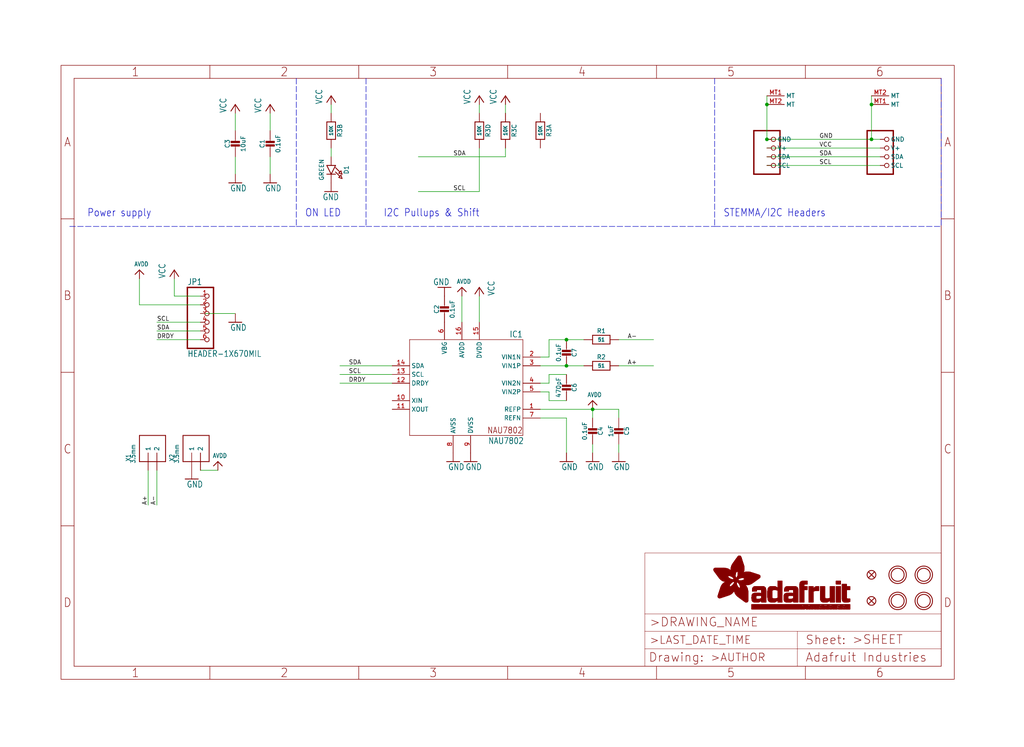
<source format=kicad_sch>
(kicad_sch (version 20211123) (generator eeschema)
  (paper "User" 298.45 217.881)
  (lib_symbols
    (symbol "schematicEagle-eagle-import:AVDD" (power)
      (property "Value" "AVDD" (at -1.524 1.016 0))
      (symbol "AVDD_1_0"
        (pin power_in line (at 0 -2.54 90) (length 2.54) (name "AVDD") (number "1"))
      )
    )
    (symbol "schematicEagle-eagle-import:CAP_CERAMIC0603_NO"
      (property "Reference" "C" (at -2.29 1.25 90))
      (property "Value" "CAP_CERAMIC0603_NO" (at 2.3 1.25 90))
      (symbol "CAP_CERAMIC0603_NO_1_0"
        (pin passive line (at 0 5.08 270) (length 2.54) (name "1") (number "1"))
        (pin passive line (at 0 -2.54 90) (length 2.54) (name "2") (number "2"))
      )
    )
    (symbol "schematicEagle-eagle-import:CAP_CERAMIC0805-NOOUTLINE"
      (property "Reference" "C" (at -2.29 1.25 90))
      (property "Value" "CAP_CERAMIC0805-NOOUTLINE" (at 2.3 1.25 90))
      (symbol "CAP_CERAMIC0805-NOOUTLINE_1_0"
        (pin passive line (at 0 5.08 270) (length 2.54) (name "1") (number "1"))
        (pin passive line (at 0 -2.54 90) (length 2.54) (name "2") (number "2"))
      )
    )
    (symbol "schematicEagle-eagle-import:FIDUCIAL_1MM")
    (symbol "schematicEagle-eagle-import:FRAME_A4_ADAFRUIT"
      (symbol "FRAME_A4_ADAFRUIT_0_0"
        (text "1" (at 21.6958 1.905 0) (effects (font (size 2.54 2.286))))
        (text "1" (at 21.6958 177.165 0) (effects (font (size 2.54 2.286))))
        (text "2" (at 65.0875 1.905 0) (effects (font (size 2.54 2.286))))
        (text "2" (at 65.0875 177.165 0) (effects (font (size 2.54 2.286))))
        (text "3" (at 108.4792 1.905 0) (effects (font (size 2.54 2.286))))
        (text "3" (at 108.4792 177.165 0) (effects (font (size 2.54 2.286))))
        (text "4" (at 151.8708 1.905 0) (effects (font (size 2.54 2.286))))
        (text "4" (at 151.8708 177.165 0) (effects (font (size 2.54 2.286))))
        (text "5" (at 195.2625 1.905 0) (effects (font (size 2.54 2.286))))
        (text "5" (at 195.2625 177.165 0) (effects (font (size 2.54 2.286))))
        (text "6" (at 238.6542 1.905 0) (effects (font (size 2.54 2.286))))
        (text "6" (at 238.6542 177.165 0) (effects (font (size 2.54 2.286))))
        (text "A" (at 1.905 156.6863 0) (effects (font (size 2.54 2.286))))
        (text "A" (at 258.445 156.6863 0) (effects (font (size 2.54 2.286))))
        (text "B" (at 1.905 111.9188 0) (effects (font (size 2.54 2.286))))
        (text "B" (at 258.445 111.9188 0) (effects (font (size 2.54 2.286))))
        (text "C" (at 1.905 67.1513 0) (effects (font (size 2.54 2.286))))
        (text "C" (at 258.445 67.1513 0) (effects (font (size 2.54 2.286))))
        (text "D" (at 1.905 22.3838 0) (effects (font (size 2.54 2.286))))
        (text "D" (at 258.445 22.3838 0) (effects (font (size 2.54 2.286))))
      )
      (symbol "FRAME_A4_ADAFRUIT_1_0"
        (text ">AUTHOR" (at 189.23 5.08 0) (effects (font (size 2.286 2.286)) (justify left bottom)))
        (text ">DRAWING_NAME" (at 171.45 15.24 0) (effects (font (size 2.54 2.54)) (justify left bottom)))
        (text ">LAST_DATE_TIME" (at 171.45 10.16 0) (effects (font (size 2.286 2.286)) (justify left bottom)))
        (text ">SHEET" (at 230.505 10.16 0) (effects (font (size 2.54 2.54)) (justify left bottom)))
        (text "Adafruit Industries" (at 216.916 4.953 0) (effects (font (size 2.54 2.54)) (justify left bottom)))
        (text "Drawing:" (at 171.196 4.953 0) (effects (font (size 2.54 2.54)) (justify left bottom)))
        (text "Sheet:" (at 216.916 10.033 0) (effects (font (size 2.54 2.54)) (justify left bottom)))
      )
    )
    (symbol "schematicEagle-eagle-import:GND" (power)
      (property "Value" "GND" (at -2.54 -2.54 0))
      (symbol "GND_1_0"
        (pin power_in line (at 0 2.54 270) (length 2.54) (name "GND") (number "1"))
      )
    )
    (symbol "schematicEagle-eagle-import:HEADER-1X670MIL"
      (property "Reference" "JP" (at -6.35 10.795 0))
      (property "Value" "HEADER-1X670MIL" (at -6.35 -10.16 0))
      (symbol "HEADER-1X670MIL_1_0"
        (pin passive inverted (at -2.54 7.62 0) (length 2.54) (name "1") (number "1"))
        (pin passive inverted (at -2.54 5.08 0) (length 2.54) (name "2") (number "2"))
        (pin passive inverted (at -2.54 2.54 0) (length 2.54) (name "3") (number "3"))
        (pin passive inverted (at -2.54 0 0) (length 2.54) (name "4") (number "4"))
        (pin passive inverted (at -2.54 -2.54 0) (length 2.54) (name "5") (number "5"))
        (pin passive inverted (at -2.54 -5.08 0) (length 2.54) (name "6") (number "6"))
      )
    )
    (symbol "schematicEagle-eagle-import:LED0603_NOOUTLINE"
      (property "Reference" "D" (at -1.27 4.445 0))
      (property "Value" "LED0603_NOOUTLINE" (at -1.27 -2.794 0))
      (symbol "LED0603_NOOUTLINE_1_0"
        (pin passive line (at -5.08 0 0) (length 2.54) (name "A") (number "A"))
        (pin passive line (at 2.54 0 180) (length 2.54) (name "C") (number "C"))
      )
    )
    (symbol "schematicEagle-eagle-import:MOUNTINGHOLE2.5")
    (symbol "schematicEagle-eagle-import:NAU7802"
      (property "Reference" "IC" (at 17.78 17.78 0))
      (property "Value" "NAU7802" (at 5.08 -15.24 0))
      (symbol "NAU7802_1_0"
        (text "NAU7802" (at 17.78 -10.16 0) (effects (font (size 1.778 1.5113)) (justify right top)))
        (pin input line (at 22.86 -5.08 180) (length 5.08) (name "REFP") (number "1"))
        (pin passive line (at -20.32 -2.54 0) (length 5.08) (name "XIN") (number "10"))
        (pin passive line (at -20.32 -5.08 0) (length 5.08) (name "XOUT") (number "11"))
        (pin output line (at -20.32 2.54 0) (length 5.08) (name "DRDY") (number "12"))
        (pin bidirectional line (at -20.32 5.08 0) (length 5.08) (name "SCL") (number "13"))
        (pin bidirectional line (at -20.32 7.62 0) (length 5.08) (name "SDA") (number "14"))
        (pin power_in line (at 5.08 20.32 270) (length 5.08) (name "DVDD") (number "15"))
        (pin power_in line (at 0 20.32 270) (length 5.08) (name "AVDD") (number "16"))
        (pin input line (at 22.86 10.16 180) (length 5.08) (name "VIN1N") (number "2"))
        (pin input line (at 22.86 7.62 180) (length 5.08) (name "VIN1P") (number "3"))
        (pin input line (at 22.86 2.54 180) (length 5.08) (name "VIN2N") (number "4"))
        (pin input line (at 22.86 0 180) (length 5.08) (name "VIN2P") (number "5"))
        (pin power_in line (at -5.08 20.32 270) (length 5.08) (name "VBG") (number "6"))
        (pin input line (at 22.86 -7.62 180) (length 5.08) (name "REFN") (number "7"))
        (pin power_in line (at -2.54 -17.78 90) (length 5.08) (name "AVSS") (number "8"))
        (pin power_in line (at 2.54 -17.78 90) (length 5.08) (name "DVSS") (number "9"))
      )
    )
    (symbol "schematicEagle-eagle-import:RESISTOR_0603_NOOUT"
      (property "Reference" "R" (at 0 2.54 0))
      (property "Value" "RESISTOR_0603_NOOUT" (at 0 0 0))
      (symbol "RESISTOR_0603_NOOUT_1_0"
        (pin passive line (at -5.08 0 0) (length 2.54) (name "1") (number "1"))
        (pin passive line (at 5.08 0 180) (length 2.54) (name "2") (number "2"))
      )
    )
    (symbol "schematicEagle-eagle-import:RESISTOR_4PACK"
      (property "Reference" "R" (at 0 2.54 0))
      (property "Value" "RESISTOR_4PACK" (at 0 0 0))
      (symbol "RESISTOR_4PACK_1_0"
        (pin passive line (at -5.08 0 0) (length 2.54) (name "1") (number "1"))
        (pin passive line (at 5.08 0 180) (length 2.54) (name "2") (number "8"))
      )
      (symbol "RESISTOR_4PACK_2_0"
        (pin passive line (at -5.08 0 0) (length 2.54) (name "1") (number "2"))
        (pin passive line (at 5.08 0 180) (length 2.54) (name "2") (number "7"))
      )
      (symbol "RESISTOR_4PACK_3_0"
        (pin passive line (at -5.08 0 0) (length 2.54) (name "1") (number "3"))
        (pin passive line (at 5.08 0 180) (length 2.54) (name "2") (number "6"))
      )
      (symbol "RESISTOR_4PACK_4_0"
        (pin passive line (at -5.08 0 0) (length 2.54) (name "1") (number "4"))
        (pin passive line (at 5.08 0 180) (length 2.54) (name "2") (number "5"))
      )
    )
    (symbol "schematicEagle-eagle-import:STEMMA_I2C_QT"
      (symbol "STEMMA_I2C_QT_1_0"
        (pin passive inverted (at 0 5.08 0) (length 2.54) (name "GND") (number "1"))
        (pin passive inverted (at 0 2.54 0) (length 2.54) (name "V+") (number "2"))
        (pin passive inverted (at 0 0 0) (length 2.54) (name "SDA") (number "3"))
        (pin passive inverted (at 0 -2.54 0) (length 2.54) (name "SCL") (number "4"))
      )
      (symbol "STEMMA_I2C_QT_2_0"
        (pin bidirectional line (at 0 0 0) (length 5.08) (name "MT") (number "MT1"))
      )
      (symbol "STEMMA_I2C_QT_3_0"
        (pin bidirectional line (at 0 0 0) (length 5.08) (name "MT") (number "MT2"))
      )
    )
    (symbol "schematicEagle-eagle-import:TERMBLOCK_1X2_3.5MM"
      (property "Reference" "X" (at -2.54 7.62 0))
      (property "Value" "TERMBLOCK_1X2_3.5MM" (at -2.54 -5.08 0))
      (symbol "TERMBLOCK_1X2_3.5MM_1_0"
        (pin passive line (at -5.08 2.54 0) (length 5.08) (name "1") (number "1"))
        (pin passive line (at -5.08 0 0) (length 5.08) (name "2") (number "2"))
      )
    )
    (symbol "schematicEagle-eagle-import:VCC" (power)
      (property "Value" "VCC" (at -2.54 -2.54 90))
      (symbol "VCC_1_0"
        (pin power_in line (at 0 -2.54 90) (length 2.54) (name "VCC") (number "1"))
      )
    )
  )
  (junction (at 254 30.48))
  (junction (at 223.52 30.48))
  (junction (at 165.1 99.06))
  (junction (at 165.1 106.68))
  (junction (at 223.52 40.64))
  (junction (at 172.72 119.38))
  (junction (at 254 40.64))
  (wire (pts (xy 134.62 86.36) (xy 134.62 93.98)))
  (wire (pts (xy 139.7 86.36) (xy 139.7 93.98)))
  (wire (pts (xy 58.42 91.44) (xy 68.58 91.44)))
  (wire (pts (xy 157.48 111.76) (xy 160.02 111.76)))
  (wire (pts (xy 256.54 45.72) (xy 223.52 45.72)))
  (wire (pts (xy 180.34 99.06) (xy 190.5 99.06)))
  (wire (pts (xy 160.02 116.84) (xy 165.1 116.84)))
  (wire (pts (xy 160.02 109.22) (xy 165.1 109.22)))
  (wire (pts (xy 147.32 33.02) (xy 147.32 30.48)))
  (wire (pts (xy 157.48 106.68) (xy 165.1 106.68)))
  (wire (pts (xy 99.06 111.76) (xy 114.3 111.76)))
  (wire (pts (xy 157.48 119.38) (xy 172.72 119.38)))
  (wire (pts (xy 172.72 132.08) (xy 172.72 129.54)))
  (wire (pts (xy 180.34 106.68) (xy 190.5 106.68)))
  (wire (pts (xy 180.34 119.38) (xy 180.34 121.92)))
  (wire (pts (xy 165.1 121.92) (xy 165.1 132.08)))
  (wire (pts (xy 45.72 137.16) (xy 45.72 147.32)))
  (polyline (pts (xy 274.32 22.86) (xy 274.32 66.04)))
  (wire (pts (xy 254 40.64) (xy 254 30.48)))
  (wire (pts (xy 139.7 55.88) (xy 121.92 55.88)))
  (wire (pts (xy 254 40.64) (xy 223.52 40.64)))
  (wire (pts (xy 165.1 99.06) (xy 170.18 99.06)))
  (wire (pts (xy 254 30.48) (xy 254 27.94)))
  (wire (pts (xy 160.02 114.3) (xy 160.02 116.84)))
  (polyline (pts (xy 106.68 66.04) (xy 208.28 66.04)))
  (wire (pts (xy 160.02 99.06) (xy 165.1 99.06)))
  (wire (pts (xy 43.18 137.16) (xy 43.18 147.32)))
  (wire (pts (xy 58.42 86.36) (xy 50.8 86.36)))
  (wire (pts (xy 170.18 106.68) (xy 165.1 106.68)))
  (polyline (pts (xy 208.28 22.86) (xy 208.28 66.04)))
  (wire (pts (xy 172.72 119.38) (xy 172.72 121.92)))
  (wire (pts (xy 223.52 27.94) (xy 223.52 30.48)))
  (wire (pts (xy 223.52 30.48) (xy 223.52 40.64)))
  (polyline (pts (xy 86.36 66.04) (xy 106.68 66.04)))
  (wire (pts (xy 58.42 99.06) (xy 45.72 99.06)))
  (wire (pts (xy 78.74 45.72) (xy 78.74 50.8)))
  (wire (pts (xy 58.42 93.98) (xy 45.72 93.98)))
  (wire (pts (xy 99.06 109.22) (xy 114.3 109.22)))
  (wire (pts (xy 63.5 137.16) (xy 58.42 137.16)))
  (wire (pts (xy 147.32 43.18) (xy 147.32 45.72)))
  (wire (pts (xy 180.34 129.54) (xy 180.34 132.08)))
  (polyline (pts (xy 208.28 66.04) (xy 274.32 66.04)))
  (polyline (pts (xy 86.36 22.86) (xy 86.36 66.04)))
  (wire (pts (xy 40.64 88.9) (xy 58.42 88.9)))
  (wire (pts (xy 157.48 104.14) (xy 160.02 104.14)))
  (wire (pts (xy 96.52 45.72) (xy 96.52 43.18)))
  (wire (pts (xy 68.58 33.02) (xy 68.58 38.1)))
  (wire (pts (xy 139.7 43.18) (xy 139.7 55.88)))
  (polyline (pts (xy 106.68 22.86) (xy 106.68 66.04)))
  (wire (pts (xy 256.54 40.64) (xy 254 40.64)))
  (wire (pts (xy 157.48 114.3) (xy 160.02 114.3)))
  (wire (pts (xy 114.3 106.68) (xy 99.06 106.68)))
  (wire (pts (xy 50.8 86.36) (xy 50.8 81.28)))
  (wire (pts (xy 172.72 119.38) (xy 180.34 119.38)))
  (wire (pts (xy 68.58 45.72) (xy 68.58 50.8)))
  (wire (pts (xy 160.02 104.14) (xy 160.02 99.06)))
  (wire (pts (xy 139.7 30.48) (xy 139.7 33.02)))
  (polyline (pts (xy 20.32 66.04) (xy 86.36 66.04)))
  (wire (pts (xy 223.52 43.18) (xy 256.54 43.18)))
  (wire (pts (xy 78.74 33.02) (xy 78.74 38.1)))
  (wire (pts (xy 157.48 121.92) (xy 165.1 121.92)))
  (wire (pts (xy 223.52 48.26) (xy 256.54 48.26)))
  (wire (pts (xy 160.02 111.76) (xy 160.02 109.22)))
  (wire (pts (xy 96.52 30.48) (xy 96.52 33.02)))
  (wire (pts (xy 147.32 45.72) (xy 121.92 45.72)))
  (wire (pts (xy 58.42 96.52) (xy 45.72 96.52)))
  (wire (pts (xy 40.64 81.28) (xy 40.64 88.9)))
  (text "ON LED" (at 88.9 63.5 180) (effects (font (size 2.1844 1.8567)) (justify left bottom)))
  (text "I2C Pullups & Shift" (at 111.76 63.5 180) (effects (font (size 2.1844 1.8567)) (justify left bottom)))
  (text "Power supply" (at 25.4 63.5 180) (effects (font (size 2.1844 1.8567)) (justify left bottom)))
  (text "STEMMA/I2C Headers" (at 210.82 63.5 180) (effects (font (size 2.1844 1.8567)) (justify left bottom)))
  (label "SDA" (at 238.76 45.72 0) (effects (font (size 1.2446 1.2446))))
  (label "A-" (at 45.72 147.32 90) (effects (font (size 1.2446 1.2446))))
  (label "SCL" (at 45.72 93.98 0) (effects (font (size 1.2446 1.2446))))
  (label "SCL" (at 132.08 55.88 0) (effects (font (size 1.2446 1.2446))))
  (label "SDA" (at 45.72 96.52 0) (effects (font (size 1.2446 1.2446))))
  (label "SCL" (at 101.6 109.22 0) (effects (font (size 1.2446 1.2446))))
  (label "DRDY" (at 101.6 111.76 0) (effects (font (size 1.2446 1.2446))))
  (label "A-" (at 182.88 99.06 0) (effects (font (size 1.2446 1.2446))))
  (label "SCL" (at 238.76 48.26 0) (effects (font (size 1.2446 1.2446))))
  (label "A+" (at 43.18 147.32 90) (effects (font (size 1.2446 1.2446))))
  (label "GND" (at 238.76 40.64 0) (effects (font (size 1.2446 1.2446))))
  (label "A+" (at 182.88 106.68 0) (effects (font (size 1.2446 1.2446))))
  (label "VCC" (at 238.76 43.18 0) (effects (font (size 1.2446 1.2446))))
  (label "SDA" (at 132.08 45.72 0) (effects (font (size 1.2446 1.2446))))
  (label "SDA" (at 101.6 106.68 0) (effects (font (size 1.2446 1.2446))))
  (label "DRDY" (at 45.72 99.06 0) (effects (font (size 1.2446 1.2446))))
  (symbol (lib_id "schematicEagle-eagle-import:STEMMA_I2C_QT") (at 223.52 30.48 0) (unit 3)
    (property "Reference" "CONN3" (effects hide))
    (property "Value" "STEMMA_I2C_QT" (effects hide))
    (property "Footprint" "schematicEagle:JST_SH4" (effects hide))
  )
  (symbol (lib_id "schematicEagle-eagle-import:AVDD") (at 63.5 134.62 0) (unit 1)
    (property "Reference" "#U$14" (effects hide))
    (property "Value" "AVDD" (at 61.976 133.604 0) (effects (font (size 1.27 1.0795)) (justify left bottom)))
    (property "Footprint" "schematicEagle:" (effects hide))
  )
  (symbol (lib_id "schematicEagle-eagle-import:AVDD") (at 134.62 83.82 0) (unit 1)
    (property "Reference" "#U$9" (effects hide))
    (property "Value" "AVDD" (at 133.096 82.804 0) (effects (font (size 1.27 1.0795)) (justify left bottom)))
    (property "Footprint" "schematicEagle:" (effects hide))
  )
  (symbol (lib_id "schematicEagle-eagle-import:STEMMA_I2C_QT") (at 254 27.94 0) (unit 3)
    (property "Reference" "CONN4" (effects hide))
    (property "Value" "STEMMA_I2C_QT" (effects hide))
    (property "Footprint" "schematicEagle:JST_SH4" (effects hide))
  )
  (symbol (lib_id "schematicEagle-eagle-import:FIDUCIAL_1MM") (at 254 167.64 0) (unit 1)
    (property "Reference" "FID4" (effects hide))
    (property "Value" "FIDUCIAL_1MM" (effects hide))
    (property "Footprint" "schematicEagle:FIDUCIAL_1MM" (effects hide))
  )
  (symbol (lib_id "schematicEagle-eagle-import:GND") (at 132.08 134.62 0) (unit 1)
    (property "Reference" "#U$2" (effects hide))
    (property "Value" "GND" (at 130.556 137.16 0) (effects (font (size 1.778 1.5113)) (justify left bottom)))
    (property "Footprint" "schematicEagle:" (effects hide))
  )
  (symbol (lib_id "schematicEagle-eagle-import:FRAME_A4_ADAFRUIT") (at 17.78 198.12 0) (unit 1)
    (property "Reference" "#U$18" (effects hide))
    (property "Value" "FRAME_A4_ADAFRUIT" (effects hide))
    (property "Footprint" "schematicEagle:" (effects hide))
  )
  (symbol (lib_id "schematicEagle-eagle-import:CAP_CERAMIC0603_NO") (at 165.1 101.6 180) (unit 1)
    (property "Reference" "C7" (at 167.39 102.85 90))
    (property "Value" "0.1uF" (at 162.8 102.85 90))
    (property "Footprint" "schematicEagle:0603-NO" (effects hide))
  )
  (symbol (lib_id "schematicEagle-eagle-import:RESISTOR_0603_NOOUT") (at 175.26 99.06 0) (unit 1)
    (property "Reference" "R1" (at 175.26 96.52 0))
    (property "Value" "51" (at 175.26 99.06 0) (effects (font (size 1.016 1.016) bold)))
    (property "Footprint" "schematicEagle:0603-NO" (effects hide))
  )
  (symbol (lib_id "schematicEagle-eagle-import:CAP_CERAMIC0603_NO") (at 165.1 111.76 180) (unit 1)
    (property "Reference" "C6" (at 167.39 113.01 90))
    (property "Value" "470pF" (at 162.8 113.01 90))
    (property "Footprint" "schematicEagle:0603-NO" (effects hide))
  )
  (symbol (lib_id "schematicEagle-eagle-import:RESISTOR_0603_NOOUT") (at 175.26 106.68 0) (unit 1)
    (property "Reference" "R2" (at 175.26 104.14 0))
    (property "Value" "51" (at 175.26 106.68 0) (effects (font (size 1.016 1.016) bold)))
    (property "Footprint" "schematicEagle:0603-NO" (effects hide))
  )
  (symbol (lib_id "schematicEagle-eagle-import:GND") (at 172.72 134.62 0) (unit 1)
    (property "Reference" "#U$8" (effects hide))
    (property "Value" "GND" (at 171.196 137.16 0) (effects (font (size 1.778 1.5113)) (justify left bottom)))
    (property "Footprint" "schematicEagle:" (effects hide))
  )
  (symbol (lib_id "schematicEagle-eagle-import:MOUNTINGHOLE2.5") (at 261.62 167.64 0) (unit 1)
    (property "Reference" "U$17" (effects hide))
    (property "Value" "MOUNTINGHOLE2.5" (effects hide))
    (property "Footprint" "schematicEagle:MOUNTINGHOLE_2.5_PLATED" (effects hide))
  )
  (symbol (lib_id "schematicEagle-eagle-import:VCC") (at 139.7 83.82 0) (mirror y) (unit 1)
    (property "Reference" "#P+7" (effects hide))
    (property "Value" "VCC" (at 142.24 86.36 90) (effects (font (size 1.778 1.5113)) (justify left bottom)))
    (property "Footprint" "schematicEagle:" (effects hide))
  )
  (symbol (lib_id "schematicEagle-eagle-import:VCC") (at 96.52 27.94 0) (unit 1)
    (property "Reference" "#P+6" (effects hide))
    (property "Value" "VCC" (at 93.98 30.48 90) (effects (font (size 1.778 1.5113)) (justify left bottom)))
    (property "Footprint" "schematicEagle:" (effects hide))
  )
  (symbol (lib_id "schematicEagle-eagle-import:VCC") (at 68.58 30.48 0) (unit 1)
    (property "Reference" "#P+5" (effects hide))
    (property "Value" "VCC" (at 66.04 33.02 90) (effects (font (size 1.778 1.5113)) (justify left bottom)))
    (property "Footprint" "schematicEagle:" (effects hide))
  )
  (symbol (lib_id "schematicEagle-eagle-import:TERMBLOCK_1X2_3.5MM") (at 58.42 132.08 90) (unit 1)
    (property "Reference" "X2" (at 50.8 134.62 0) (effects (font (size 1.27 1.0795)) (justify left bottom)))
    (property "Value" "3.5mm" (at 50.8 129.54 0) (effects (font (size 1.27 1.0795)) (justify right top)))
    (property "Footprint" "schematicEagle:TERMBLOCK_1X2-3.5MM" (effects hide))
  )
  (symbol (lib_id "schematicEagle-eagle-import:GND") (at 129.54 83.82 180) (unit 1)
    (property "Reference" "#U$7" (effects hide))
    (property "Value" "GND" (at 131.064 81.28 0) (effects (font (size 1.778 1.5113)) (justify left bottom)))
    (property "Footprint" "schematicEagle:" (effects hide))
  )
  (symbol (lib_id "schematicEagle-eagle-import:HEADER-1X670MIL") (at 60.96 93.98 0) (unit 1)
    (property "Reference" "JP1" (at 54.61 83.185 0) (effects (font (size 1.778 1.5113)) (justify left bottom)))
    (property "Value" "HEADER-1X670MIL" (at 54.61 104.14 0) (effects (font (size 1.778 1.5113)) (justify left bottom)))
    (property "Footprint" "schematicEagle:1X06_ROUND_70" (effects hide))
  )
  (symbol (lib_id "schematicEagle-eagle-import:CAP_CERAMIC0805-NOOUTLINE") (at 68.58 43.18 0) (unit 1)
    (property "Reference" "C3" (at 66.29 41.93 90))
    (property "Value" "10uF" (at 70.88 41.93 90))
    (property "Footprint" "schematicEagle:0805-NO" (effects hide))
  )
  (symbol (lib_id "schematicEagle-eagle-import:VCC") (at 139.7 27.94 0) (unit 1)
    (property "Reference" "#P+1" (effects hide))
    (property "Value" "VCC" (at 137.16 30.48 90) (effects (font (size 1.778 1.5113)) (justify left bottom)))
    (property "Footprint" "schematicEagle:" (effects hide))
  )
  (symbol (lib_id "schematicEagle-eagle-import:GND") (at 180.34 134.62 0) (unit 1)
    (property "Reference" "#U$12" (effects hide))
    (property "Value" "GND" (at 178.816 137.16 0) (effects (font (size 1.778 1.5113)) (justify left bottom)))
    (property "Footprint" "schematicEagle:" (effects hide))
  )
  (symbol (lib_id "schematicEagle-eagle-import:VCC") (at 147.32 27.94 0) (unit 1)
    (property "Reference" "#P+2" (effects hide))
    (property "Value" "VCC" (at 144.78 30.48 90) (effects (font (size 1.778 1.5113)) (justify left bottom)))
    (property "Footprint" "schematicEagle:" (effects hide))
  )
  (symbol (lib_id "schematicEagle-eagle-import:GND") (at 137.16 134.62 0) (unit 1)
    (property "Reference" "#U$3" (effects hide))
    (property "Value" "GND" (at 135.636 137.16 0) (effects (font (size 1.778 1.5113)) (justify left bottom)))
    (property "Footprint" "schematicEagle:" (effects hide))
  )
  (symbol (lib_id "schematicEagle-eagle-import:NAU7802") (at 134.62 114.3 0) (unit 1)
    (property "Reference" "IC1" (at 152.4 96.52 0) (effects (font (size 1.778 1.5113)) (justify right top)))
    (property "Value" "NAU7802" (at 142.24 129.54 0) (effects (font (size 1.778 1.5113)) (justify left bottom)))
    (property "Footprint" "schematicEagle:SOIC16_NARROW" (effects hide))
  )
  (symbol (lib_id "schematicEagle-eagle-import:LED0603_NOOUTLINE") (at 96.52 50.8 270) (unit 1)
    (property "Reference" "D1" (at 100.965 49.53 0))
    (property "Value" "GREEN" (at 93.726 49.53 0))
    (property "Footprint" "schematicEagle:CHIPLED_0603_NOOUTLINE" (effects hide))
  )
  (symbol (lib_id "schematicEagle-eagle-import:VCC") (at 78.74 30.48 0) (unit 1)
    (property "Reference" "#P+3" (effects hide))
    (property "Value" "VCC" (at 76.2 33.02 90) (effects (font (size 1.778 1.5113)) (justify left bottom)))
    (property "Footprint" "schematicEagle:" (effects hide))
  )
  (symbol (lib_id "schematicEagle-eagle-import:MOUNTINGHOLE2.5") (at 261.62 175.26 0) (unit 1)
    (property "Reference" "U$1" (effects hide))
    (property "Value" "MOUNTINGHOLE2.5" (effects hide))
    (property "Footprint" "schematicEagle:MOUNTINGHOLE_2.5_PLATED" (effects hide))
  )
  (symbol (lib_id "schematicEagle-eagle-import:FIDUCIAL_1MM") (at 254 175.26 0) (unit 1)
    (property "Reference" "FID3" (effects hide))
    (property "Value" "FIDUCIAL_1MM" (effects hide))
    (property "Footprint" "schematicEagle:FIDUCIAL_1MM" (effects hide))
  )
  (symbol (lib_id "schematicEagle-eagle-import:GND") (at 68.58 93.98 0) (unit 1)
    (property "Reference" "#U$10" (effects hide))
    (property "Value" "GND" (at 67.056 96.52 0) (effects (font (size 1.778 1.5113)) (justify left bottom)))
    (property "Footprint" "schematicEagle:" (effects hide))
  )
  (symbol (lib_id "schematicEagle-eagle-import:STEMMA_I2C_QT") (at 254 30.48 0) (unit 2)
    (property "Reference" "CONN4" (effects hide))
    (property "Value" "STEMMA_I2C_QT" (effects hide))
    (property "Footprint" "schematicEagle:JST_SH4" (effects hide))
  )
  (symbol (lib_id "schematicEagle-eagle-import:VCC") (at 50.8 78.74 0) (unit 1)
    (property "Reference" "#P+4" (effects hide))
    (property "Value" "VCC" (at 48.26 81.28 90) (effects (font (size 1.778 1.5113)) (justify left bottom)))
    (property "Footprint" "schematicEagle:" (effects hide))
  )
  (symbol (lib_id "schematicEagle-eagle-import:RESISTOR_4PACK") (at 147.32 38.1 270) (unit 3)
    (property "Reference" "R3" (at 149.86 38.1 0))
    (property "Value" "10K" (at 147.32 38.1 0) (effects (font (size 1.016 1.016) bold)))
    (property "Footprint" "schematicEagle:RESPACK_4X0603" (effects hide))
  )
  (symbol (lib_id "schematicEagle-eagle-import:GND") (at 68.58 53.34 0) (unit 1)
    (property "Reference" "#U$5" (effects hide))
    (property "Value" "GND" (at 67.056 55.88 0) (effects (font (size 1.778 1.5113)) (justify left bottom)))
    (property "Footprint" "schematicEagle:" (effects hide))
  )
  (symbol (lib_id "schematicEagle-eagle-import:CAP_CERAMIC0603_NO") (at 172.72 124.46 180) (unit 1)
    (property "Reference" "C4" (at 175.01 125.71 90))
    (property "Value" "0.1uF" (at 170.42 125.71 90))
    (property "Footprint" "schematicEagle:0603-NO" (effects hide))
  )
  (symbol (lib_id "schematicEagle-eagle-import:GND") (at 96.52 55.88 0) (unit 1)
    (property "Reference" "#GND6" (effects hide))
    (property "Value" "GND" (at 93.98 58.42 0) (effects (font (size 1.778 1.5113)) (justify left bottom)))
    (property "Footprint" "schematicEagle:" (effects hide))
  )
  (symbol (lib_id "schematicEagle-eagle-import:RESISTOR_4PACK") (at 96.52 38.1 270) (unit 2)
    (property "Reference" "R3" (at 99.06 38.1 0))
    (property "Value" "10K" (at 96.52 38.1 0) (effects (font (size 1.016 1.016) bold)))
    (property "Footprint" "schematicEagle:RESPACK_4X0603" (effects hide))
  )
  (symbol (lib_id "schematicEagle-eagle-import:CAP_CERAMIC0603_NO") (at 180.34 124.46 180) (unit 1)
    (property "Reference" "C5" (at 182.63 125.71 90))
    (property "Value" "1uF" (at 178.04 125.71 90))
    (property "Footprint" "schematicEagle:0603-NO" (effects hide))
  )
  (symbol (lib_id "schematicEagle-eagle-import:GND") (at 78.74 53.34 0) (unit 1)
    (property "Reference" "#U$6" (effects hide))
    (property "Value" "GND" (at 77.216 55.88 0) (effects (font (size 1.778 1.5113)) (justify left bottom)))
    (property "Footprint" "schematicEagle:" (effects hide))
  )
  (symbol (lib_id "schematicEagle-eagle-import:AVDD") (at 172.72 116.84 0) (unit 1)
    (property "Reference" "#U$11" (effects hide))
    (property "Value" "AVDD" (at 171.196 115.824 0) (effects (font (size 1.27 1.0795)) (justify left bottom)))
    (property "Footprint" "schematicEagle:" (effects hide))
  )
  (symbol (lib_id "schematicEagle-eagle-import:GND") (at 165.1 134.62 0) (unit 1)
    (property "Reference" "#U$4" (effects hide))
    (property "Value" "GND" (at 163.576 137.16 0) (effects (font (size 1.778 1.5113)) (justify left bottom)))
    (property "Footprint" "schematicEagle:" (effects hide))
  )
  (symbol (lib_id "schematicEagle-eagle-import:STEMMA_I2C_QT") (at 256.54 45.72 0) (unit 1)
    (property "Reference" "CONN4" (effects hide))
    (property "Value" "STEMMA_I2C_QT" (effects hide))
    (property "Footprint" "schematicEagle:JST_SH4" (effects hide))
  )
  (symbol (lib_id "schematicEagle-eagle-import:STEMMA_I2C_QT") (at 223.52 45.72 0) (unit 1)
    (property "Reference" "CONN3" (effects hide))
    (property "Value" "STEMMA_I2C_QT" (effects hide))
    (property "Footprint" "schematicEagle:JST_SH4" (effects hide))
  )
  (symbol (lib_id "schematicEagle-eagle-import:STEMMA_I2C_QT") (at 223.52 27.94 0) (unit 2)
    (property "Reference" "CONN3" (effects hide))
    (property "Value" "STEMMA_I2C_QT" (effects hide))
    (property "Footprint" "schematicEagle:JST_SH4" (effects hide))
  )
  (symbol (lib_id "schematicEagle-eagle-import:CAP_CERAMIC0603_NO") (at 78.74 43.18 0) (unit 1)
    (property "Reference" "C1" (at 76.45 41.93 90))
    (property "Value" "0.1uF" (at 81.04 41.93 90))
    (property "Footprint" "schematicEagle:0603-NO" (effects hide))
  )
  (symbol (lib_id "schematicEagle-eagle-import:TERMBLOCK_1X2_3.5MM") (at 45.72 132.08 90) (unit 1)
    (property "Reference" "X1" (at 38.1 134.62 0) (effects (font (size 1.27 1.0795)) (justify left bottom)))
    (property "Value" "3.5mm" (at 38.1 129.54 0) (effects (font (size 1.27 1.0795)) (justify right top)))
    (property "Footprint" "schematicEagle:TERMBLOCK_1X2-3.5MM" (effects hide))
  )
  (symbol (lib_id "schematicEagle-eagle-import:GND") (at 55.88 139.7 0) (unit 1)
    (property "Reference" "#U$15" (effects hide))
    (property "Value" "GND" (at 54.356 142.24 0) (effects (font (size 1.778 1.5113)) (justify left bottom)))
    (property "Footprint" "schematicEagle:" (effects hide))
  )
  (symbol (lib_id "schematicEagle-eagle-import:MOUNTINGHOLE2.5") (at 269.24 167.64 0) (unit 1)
    (property "Reference" "U$19" (effects hide))
    (property "Value" "MOUNTINGHOLE2.5" (effects hide))
    (property "Footprint" "schematicEagle:MOUNTINGHOLE_2.5_PLATED" (effects hide))
  )
  (symbol (lib_id "schematicEagle-eagle-import:AVDD") (at 40.64 78.74 0) (unit 1)
    (property "Reference" "#U$13" (effects hide))
    (property "Value" "AVDD" (at 39.116 77.724 0) (effects (font (size 1.27 1.0795)) (justify left bottom)))
    (property "Footprint" "schematicEagle:" (effects hide))
  )
  (symbol (lib_id "schematicEagle-eagle-import:CAP_CERAMIC0603_NO") (at 129.54 91.44 0) (unit 1)
    (property "Reference" "C2" (at 127.25 90.19 90))
    (property "Value" "0.1uF" (at 131.84 90.19 90))
    (property "Footprint" "schematicEagle:0603-NO" (effects hide))
  )
  (symbol (lib_id "schematicEagle-eagle-import:RESISTOR_4PACK") (at 157.48 38.1 270) (unit 1)
    (property "Reference" "R3" (at 160.02 38.1 0))
    (property "Value" "10K" (at 157.48 38.1 0) (effects (font (size 1.016 1.016) bold)))
    (property "Footprint" "schematicEagle:RESPACK_4X0603" (effects hide))
  )
  (symbol (lib_id "schematicEagle-eagle-import:MOUNTINGHOLE2.5") (at 269.24 175.26 0) (unit 1)
    (property "Reference" "U$21" (effects hide))
    (property "Value" "MOUNTINGHOLE2.5" (effects hide))
    (property "Footprint" "schematicEagle:MOUNTINGHOLE_2.5_PLATED" (effects hide))
  )
  (symbol (lib_id "schematicEagle-eagle-import:RESISTOR_4PACK") (at 139.7 38.1 270) (unit 4)
    (property "Reference" "R3" (at 142.24 38.1 0))
    (property "Value" "10K" (at 139.7 38.1 0) (effects (font (size 1.016 1.016) bold)))
    (property "Footprint" "schematicEagle:RESPACK_4X0603" (effects hide))
  )
)
</source>
